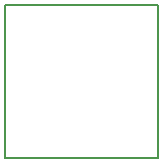
<source format=gbr>
G04 EAGLE Gerber RS-274X export*
G75*
%MOMM*%
%FSLAX34Y34*%
%LPD*%
%INSilkscreen Bottom*%
%IPPOS*%
%AMOC8*
5,1,8,0,0,1.08239X$1,22.5*%
G01*
%ADD10C,0.127000*%


D10*
X338860Y147550D02*
X468860Y147550D01*
X468860Y17550D01*
X338860Y17550D01*
X338860Y147550D01*
M02*

</source>
